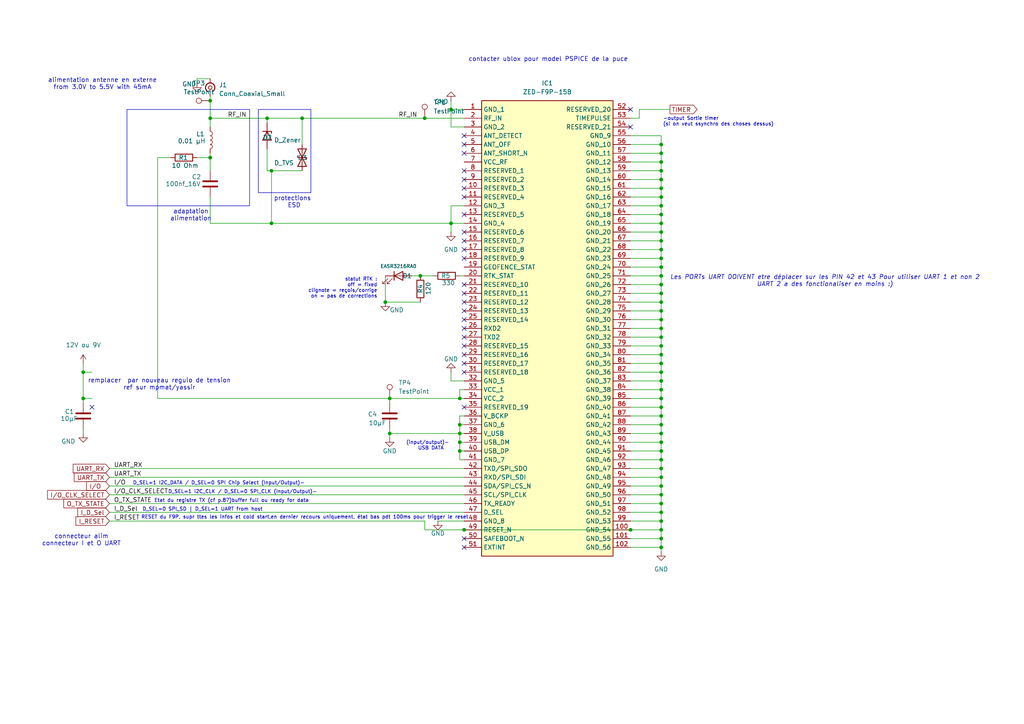
<source format=kicad_sch>
(kicad_sch (version 20231120) (generator "eeschema") (generator_version "8.0")
  (paper "A4")
  (lib_symbols
    (symbol "Connector:Conn_Coaxial_Small" (pin_numbers hide) (pin_names (offset 1.016) hide)
      (property "Reference" "J" (at 0.254 3.048 0))
      (property "Value" "Conn_Coaxial_Small" (at 0 -3.81 0))
      (symbol "Conn_Coaxial_Small_0_1"
        (polyline (pts (xy -2.54 0) (xy -0.508 0)))
        (circle (center 0 0) (radius 0.508) (stroke (width 0.2032)))
      )
      (symbol "Conn_Coaxial_Small_1_1"
        (arc (start -1.1916 -0.6311) (mid 0.327 -1.3081) (end 1.3484 0.0039) (stroke (width 0.3048)))
        (arc (start 1.3484 -0.0039) (mid 0.327 1.3081) (end -1.1916 0.6311) (stroke (width 0.3048)))
        (pin passive line (at -2.54 0 0) (length 1.27) (name "In") (number "1"))
        (pin passive line (at 2.54 0 180) (length 1.27) (name "Ext") (number "2"))
      )
    )
    (symbol "Connector:TestPoint" (pin_numbers hide) (pin_names (offset 0.762) hide)
      (property "Reference" "TP" (at 0 6.858 0))
      (property "Value" "TestPoint" (at 0 5.08 0))
      (symbol "TestPoint_0_1"
        (circle (center 0 3.302) (radius 0.762))
      )
      (symbol "TestPoint_1_1"
        (pin passive line (at 0 0 90) (length 2.54) (name "1") (number "1"))
      )
    )
    (symbol "Device:C" (pin_numbers hide) (pin_names (offset 0.254))
      (property "Reference" "C" (at 0.635 2.54 0))
      (property "Value" "C" (at 0.635 -2.54 0))
      (symbol "C_0_1"
        (polyline (pts (xy -2.032 -0.762) (xy 2.032 -0.762)) (stroke (width 0.508)))
        (polyline (pts (xy -2.032 0.762) (xy 2.032 0.762)) (stroke (width 0.508)))
      )
      (symbol "C_1_1"
        (pin passive line (at 0 3.81 270) (length 2.794) (name "~") (number "1"))
        (pin passive line (at 0 -3.81 90) (length 2.794) (name "~") (number "2"))
      )
    )
    (symbol "Device:D_TVS" (pin_numbers hide) (pin_names (offset 1.016) hide)
      (property "Reference" "D" (at 0 2.54 0))
      (property "Value" "D_TVS" (at 0 -2.54 0))
      (symbol "D_TVS_0_1"
        (polyline (pts (xy 1.27 0) (xy -1.27 0)))
        (polyline (pts (xy 0.508 1.27) (xy 0 1.27) (xy 0 -1.27) (xy -0.508 -1.27)) (stroke (width 0.254)))
        (polyline (pts (xy -2.54 1.27) (xy -2.54 -1.27) (xy 2.54 1.27) (xy 2.54 -1.27) (xy -2.54 1.27)) (stroke (width 0.254)))
      )
      (symbol "D_TVS_1_1"
        (pin passive line (at -3.81 0 0) (length 2.54) (name "A1") (number "1"))
        (pin passive line (at 3.81 0 180) (length 2.54) (name "A2") (number "2"))
      )
    )
    (symbol "Device:D_Zener" (pin_numbers hide) (pin_names (offset 1.016) hide)
      (property "Reference" "D" (at 0 2.54 0))
      (property "Value" "D_Zener" (at 0 -2.54 0))
      (symbol "D_Zener_0_1"
        (polyline (pts (xy 1.27 0) (xy -1.27 0)))
        (polyline (pts (xy -1.27 -1.27) (xy -1.27 1.27) (xy -0.762 1.27)) (stroke (width 0.254)))
        (polyline (pts (xy 1.27 -1.27) (xy 1.27 1.27) (xy -1.27 0) (xy 1.27 -1.27)) (stroke (width 0.254)))
      )
      (symbol "D_Zener_1_1"
        (pin passive line (at -3.81 0 0) (length 2.54) (name "K") (number "1"))
        (pin passive line (at 3.81 0 180) (length 2.54) (name "A") (number "2"))
      )
    )
    (symbol "Device:L" (pin_numbers hide) (pin_names (offset 1.016) hide)
      (property "Reference" "L" (at -1.27 0 90))
      (property "Value" "L" (at 1.905 0 90))
      (symbol "L_0_1"
        (arc (start 0 -2.54) (mid 0.6323 -1.905) (end 0 -1.27))
        (arc (start 0 -1.27) (mid 0.6323 -0.635) (end 0 0))
        (arc (start 0 0) (mid 0.6323 0.635) (end 0 1.27))
        (arc (start 0 1.27) (mid 0.6323 1.905) (end 0 2.54))
      )
      (symbol "L_1_1"
        (pin passive line (at 0 3.81 270) (length 1.27) (name "1") (number "1"))
        (pin passive line (at 0 -3.81 90) (length 1.27) (name "2") (number "2"))
      )
    )
    (symbol "Device:LED" (pin_numbers hide) (pin_names (offset 1.016) hide)
      (property "Reference" "D" (at 0 2.54 0))
      (property "Value" "LED" (at 0 -2.54 0))
      (symbol "LED_0_1"
        (polyline (pts (xy -1.27 -1.27) (xy -1.27 1.27)) (stroke (width 0.254)))
        (polyline (pts (xy -1.27 0) (xy 1.27 0)))
        (polyline (pts (xy 1.27 -1.27) (xy 1.27 1.27) (xy -1.27 0) (xy 1.27 -1.27)) (stroke (width 0.254)))
        (polyline (pts (xy -3.048 -0.762) (xy -4.572 -2.286) (xy -3.81 -2.286) (xy -4.572 -2.286) (xy -4.572 -1.524)))
        (polyline (pts (xy -1.778 -0.762) (xy -3.302 -2.286) (xy -2.54 -2.286) (xy -3.302 -2.286) (xy -3.302 -1.524)))
      )
      (symbol "LED_1_1"
        (pin passive line (at -3.81 0 0) (length 2.54) (name "K") (number "1"))
        (pin passive line (at 3.81 0 180) (length 2.54) (name "A") (number "2"))
      )
    )
    (symbol "Device:R" (pin_numbers hide) (pin_names (offset 0))
      (property "Reference" "R" (at 2.032 0 90))
      (property "Value" "R" (at 0 0 90))
      (symbol "R_0_1"
        (rectangle (start -1.016 -2.54) (end 1.016 2.54) (stroke (width 0.254)))
      )
      (symbol "R_1_1"
        (pin passive line (at 0 3.81 270) (length 1.27) (name "~") (number "1"))
        (pin passive line (at 0 -3.81 90) (length 1.27) (name "~") (number "2"))
      )
    )
    (symbol "ZED-F9P-15B:ZED-F9P-15B"
      (property "Reference" "IC" (at 44.45 7.62 0))
      (property "Value" "ZED-F9P-15B" (at 44.45 5.08 0))
      (symbol "ZED-F9P-15B_1_1"
        (rectangle (start 5.08 2.54) (end 43.18 -129.54) (stroke (width 0.254)) (fill (type background)))
        (pin passive line (at 0 0 0) (length 5.08) (name "GND_1") (number "1"))
        (pin passive line (at 0 -22.86 0) (length 5.08) (name "RESERVED_3") (number "10"))
        (pin passive line (at 48.26 -121.92 180) (length 5.08) (name "GND_54") (number "100"))
        (pin passive line (at 48.26 -124.46 180) (length 5.08) (name "GND_55") (number "101"))
        (pin passive line (at 48.26 -127 180) (length 5.08) (name "GND_56") (number "102"))
        (pin passive line (at 0 -25.4 0) (length 5.08) (name "RESERVED_4") (number "11"))
        (pin passive line (at 0 -27.94 0) (length 5.08) (name "GND_3") (number "12"))
        (pin passive line (at 0 -30.48 0) (length 5.08) (name "RESERVED_5") (number "13"))
        (pin passive line (at 0 -33.02 0) (length 5.08) (name "GND_4") (number "14"))
        (pin passive line (at 0 -35.56 0) (length 5.08) (name "RESERVED_6") (number "15"))
        (pin passive line (at 0 -38.1 0) (length 5.08) (name "RESERVED_7") (number "16"))
        (pin passive line (at 0 -40.64 0) (length 5.08) (name "RESERVED_8") (number "17"))
        (pin passive line (at 0 -43.18 0) (length 5.08) (name "RESERVED_9") (number "18"))
        (pin passive line (at 0 -45.72 0) (length 5.08) (name "GEOFENCE_STAT") (number "19"))
        (pin passive line (at 0 -2.54 0) (length 5.08) (name "RF_IN") (number "2"))
        (pin passive line (at 0 -48.26 0) (length 5.08) (name "RTK_STAT") (number "20"))
        (pin passive line (at 0 -50.8 0) (length 5.08) (name "RESERVED_10") (number "21"))
        (pin passive line (at 0 -53.34 0) (length 5.08) (name "RESERVED_11") (number "22"))
        (pin passive line (at 0 -55.88 0) (length 5.08) (name "RESERVED_12") (number "23"))
        (pin passive line (at 0 -58.42 0) (length 5.08) (name "RESERVED_13") (number "24"))
        (pin passive line (at 0 -60.96 0) (length 5.08) (name "RESERVED_14") (number "25"))
        (pin passive line (at 0 -63.5 0) (length 5.08) (name "RXD2") (number "26"))
        (pin passive line (at 0 -66.04 0) (length 5.08) (name "TXD2") (number "27"))
        (pin passive line (at 0 -68.58 0) (length 5.08) (name "RESERVED_15") (number "28"))
        (pin passive line (at 0 -71.12 0) (length 5.08) (name "RESERVED_16") (number "29"))
        (pin passive line (at 0 -5.08 0) (length 5.08) (name "GND_2") (number "3"))
        (pin passive line (at 0 -73.66 0) (length 5.08) (name "RESERVED_17") (number "30"))
        (pin passive line (at 0 -76.2 0) (length 5.08) (name "RESERVED_18") (number "31"))
        (pin passive line (at 0 -78.74 0) (length 5.08) (name "GND_5") (number "32"))
        (pin passive line (at 0 -81.28 0) (length 5.08) (name "VCC_1") (number "33"))
        (pin passive line (at 0 -83.82 0) (length 5.08) (name "VCC_2") (number "34"))
        (pin passive line (at 0 -86.36 0) (length 5.08) (name "RESERVED_19") (number "35"))
        (pin passive line (at 0 -88.9 0) (length 5.08) (name "V_BCKP") (number "36"))
        (pin passive line (at 0 -91.44 0) (length 5.08) (name "GND_6") (number "37"))
        (pin passive line (at 0 -93.98 0) (length 5.08) (name "V_USB") (number "38"))
        (pin passive line (at 0 -96.52 0) (length 5.08) (name "USB_DM") (number "39"))
        (pin passive line (at 0 -7.62 0) (length 5.08) (name "ANT_DETECT") (number "4"))
        (pin passive line (at 0 -99.06 0) (length 5.08) (name "USB_DP") (number "40"))
        (pin passive line (at 0 -101.6 0) (length 5.08) (name "GND_7") (number "41"))
        (pin passive line (at 0 -104.14 0) (length 5.08) (name "TXD/SPI_SDO") (number "42"))
        (pin passive line (at 0 -106.68 0) (length 5.08) (name "RXD/SPI_SDI") (number "43"))
        (pin passive line (at 0 -109.22 0) (length 5.08) (name "SDA/SPI_CS_N") (number "44"))
        (pin passive line (at 0 -111.76 0) (length 5.08) (name "SCL/SPI_CLK") (number "45"))
        (pin passive line (at 0 -114.3 0) (length 5.08) (name "TX_READY") (number "46"))
        (pin passive line (at 0 -116.84 0) (length 5.08) (name "D_SEL") (number "47"))
        (pin passive line (at 0 -119.38 0) (length 5.08) (name "GND_8") (number "48"))
        (pin passive line (at 0 -121.92 0) (length 5.08) (name "RESET_N") (number "49"))
        (pin passive line (at 0 -10.16 0) (length 5.08) (name "ANT_OFF") (number "5"))
        (pin passive line (at 0 -124.46 0) (length 5.08) (name "SAFEBOOT_N") (number "50"))
        (pin passive line (at 0 -127 0) (length 5.08) (name "EXTINT") (number "51"))
        (pin passive line (at 48.26 0 180) (length 5.08) (name "RESERVED_20") (number "52"))
        (pin passive line (at 48.26 -2.54 180) (length 5.08) (name "TIMEPULSE") (number "53"))
        (pin passive line (at 48.26 -5.08 180) (length 5.08) (name "RESERVED_21") (number "54"))
        (pin passive line (at 48.26 -7.62 180) (length 5.08) (name "GND_9") (number "55"))
        (pin passive line (at 48.26 -10.16 180) (length 5.08) (name "GND_10") (number "56"))
        (pin passive line (at 48.26 -12.7 180) (length 5.08) (name "GND_11") (number "57"))
        (pin passive line (at 48.26 -15.24 180) (length 5.08) (name "GND_12") (number "58"))
        (pin passive line (at 48.26 -17.78 180) (length 5.08) (name "GND_13") (number "59"))
        (pin passive line (at 0 -12.7 0) (length 5.08) (name "ANT_SHORT_N") (number "6"))
        (pin passive line (at 48.26 -20.32 180) (length 5.08) (name "GND_14") (number "60"))
        (pin passive line (at 48.26 -22.86 180) (length 5.08) (name "GND_15") (number "61"))
        (pin passive line (at 48.26 -25.4 180) (length 5.08) (name "GND_16") (number "62"))
        (pin passive line (at 48.26 -27.94 180) (length 5.08) (name "GND_17") (number "63"))
        (pin passive line (at 48.26 -30.48 180) (length 5.08) (name "GND_18") (number "64"))
        (pin passive line (at 48.26 -33.02 180) (length 5.08) (name "GND_19") (number "65"))
        (pin passive line (at 48.26 -35.56 180) (length 5.08) (name "GND_20") (number "66"))
        (pin passive line (at 48.26 -38.1 180) (length 5.08) (name "GND_21") (number "67"))
        (pin passive line (at 48.26 -40.64 180) (length 5.08) (name "GND_22") (number "68"))
        (pin passive line (at 48.26 -43.18 180) (length 5.08) (name "GND_23") (number "69"))
        (pin passive line (at 0 -15.24 0) (length 5.08) (name "VCC_RF") (number "7"))
        (pin passive line (at 48.26 -45.72 180) (length 5.08) (name "GND_24") (number "70"))
        (pin passive line (at 48.26 -48.26 180) (length 5.08) (name "GND_25") (number "71"))
        (pin passive line (at 48.26 -50.8 180) (length 5.08) (name "GND_26") (number "72"))
        (pin passive line (at 48.26 -53.34 180) (length 5.08) (name "GND_27") (number "73"))
        (pin passive line (at 48.26 -55.88 180) (length 5.08) (name "GND_28") (number "74"))
        (pin passive line (at 48.26 -58.42 180) (length 5.08) (name "GND_29") (number "75"))
        (pin passive line (at 48.26 -60.96 180) (length 5.08) (name "GND_30") (number "76"))
        (pin passive line (at 48.26 -63.5 180) (length 5.08) (name "GND_31") (number "77"))
        (pin passive line (at 48.26 -66.04 180) (length 5.08) (name "GND_32") (number "78"))
        (pin passive line (at 48.26 -68.58 180) (length 5.08) (name "GND_33") (number "79"))
        (pin passive line (at 0 -17.78 0) (length 5.08) (name "RESERVED_1") (number "8"))
        (pin passive line (at 48.26 -71.12 180) (length 5.08) (name "GND_34") (number "80"))
        (pin passive line (at 48.26 -73.66 180) (length 5.08) (name "GND_35") (number "81"))
        (pin passive line (at 48.26 -76.2 180) (length 5.08) (name "GND_36") (number "82"))
        (pin passive line (at 48.26 -78.74 180) (length 5.08) (name "GND_37") (number "83"))
        (pin passive line (at 48.26 -81.28 180) (length 5.08) (name "GND_38") (number "84"))
        (pin passive line (at 48.26 -83.82 180) (length 5.08) (name "GND_39") (number "85"))
        (pin passive line (at 48.26 -86.36 180) (length 5.08) (name "GND_40") (number "86"))
        (pin passive line (at 48.26 -88.9 180) (length 5.08) (name "GND_41") (number "87"))
        (pin passive line (at 48.26 -91.44 180) (length 5.08) (name "GND_42") (number "88"))
        (pin passive line (at 48.26 -93.98 180) (length 5.08) (name "GND_43") (number "89"))
        (pin passive line (at 0 -20.32 0) (length 5.08) (name "RESERVED_2") (number "9"))
        (pin passive line (at 48.26 -96.52 180) (length 5.08) (name "GND_44") (number "90"))
        (pin passive line (at 48.26 -99.06 180) (length 5.08) (name "GND_45") (number "91"))
        (pin passive line (at 48.26 -101.6 180) (length 5.08) (name "GND_46") (number "92"))
        (pin passive line (at 48.26 -104.14 180) (length 5.08) (name "GND_47") (number "93"))
        (pin passive line (at 48.26 -106.68 180) (length 5.08) (name "GND_48") (number "94"))
        (pin passive line (at 48.26 -109.22 180) (length 5.08) (name "GND_49") (number "95"))
        (pin passive line (at 48.26 -111.76 180) (length 5.08) (name "GND_50") (number "96"))
        (pin passive line (at 48.26 -114.3 180) (length 5.08) (name "GND_51") (number "97"))
        (pin passive line (at 48.26 -116.84 180) (length 5.08) (name "GND_52") (number "98"))
        (pin passive line (at 48.26 -119.38 180) (length 5.08) (name "GND_53") (number "99"))
      )
    )
    (symbol "power:+3.3V" (power) (pin_numbers hide) (pin_names (offset 0) hide)
      (property "Value" "+3.3V" (at 0 3.556 0))
      (symbol "+3.3V_0_1"
        (polyline (pts (xy -0.762 1.27) (xy 0 2.54)))
        (polyline (pts (xy 0 0) (xy 0 2.54)))
        (polyline (pts (xy 0 2.54) (xy 0.762 1.27)))
      )
      (symbol "+3.3V_1_1"
        (pin power_in line (at 0 0 90) (length 0) (name "~") (number "1"))
      )
    )
    (symbol "power:GND" (power) (pin_numbers hide) (pin_names (offset 0) hide)
      (property "Value" "GND" (at 0 -3.81 0))
      (symbol "GND_0_1"
        (polyline (pts (xy 0 0) (xy 0 -1.27) (xy 1.27 -1.27) (xy 0 -2.54) (xy -1.27 -1.27) (xy 0 -1.27)))
      )
      (symbol "GND_1_1"
        (pin power_in line (at 0 0 270) (length 0) (name "~") (number "1"))
      )
    )
  )
  (junction (at 191.77 120.65))
  (junction (at 191.77 125.73))
  (junction (at 191.77 72.39))
  (junction (at 191.77 133.35))
  (junction (at 191.77 138.43))
  (junction (at 191.77 107.95))
  (junction (at 191.77 49.53))
  (junction (at 87.63 34.29))
  (junction (at 191.77 46.99))
  (junction (at 191.77 77.47))
  (junction (at 60.96 29.21))
  (junction (at 191.77 100.33))
  (junction (at 191.77 64.77))
  (junction (at 191.77 41.91))
  (junction (at 191.77 130.81))
  (junction (at 113.03 115.57))
  (junction (at 191.77 135.89))
  (junction (at 191.77 151.13))
  (junction (at 191.77 146.05))
  (junction (at 191.77 102.87))
  (junction (at 191.77 62.23))
  (junction (at 191.77 113.03))
  (junction (at 191.77 105.41))
  (junction (at 191.77 82.55))
  (junction (at 191.77 69.85))
  (junction (at 191.77 52.07))
  (junction (at 191.77 87.63))
  (junction (at 182.88 153.67))
  (junction (at 133.35 128.27))
  (junction (at 24.13 107.95))
  (junction (at 191.77 143.51))
  (junction (at 130.81 64.77))
  (junction (at 133.35 115.57))
  (junction (at 191.77 44.45))
  (junction (at 191.77 158.75))
  (junction (at 60.96 45.72))
  (junction (at 77.47 34.29))
  (junction (at 191.77 74.93))
  (junction (at 133.35 130.81))
  (junction (at 191.77 85.09))
  (junction (at 191.77 140.97))
  (junction (at 191.77 57.15))
  (junction (at 191.77 115.57))
  (junction (at 191.77 97.79))
  (junction (at 60.96 34.29))
  (junction (at 121.92 80.01))
  (junction (at 191.77 67.31))
  (junction (at 111.76 87.63))
  (junction (at 133.35 123.19))
  (junction (at 191.77 54.61))
  (junction (at 130.81 31.75))
  (junction (at 191.77 80.01))
  (junction (at 78.74 49.53))
  (junction (at 191.77 128.27))
  (junction (at 191.77 92.71))
  (junction (at 191.77 59.69))
  (junction (at 191.77 90.17))
  (junction (at 191.77 110.49))
  (junction (at 134.62 153.67))
  (junction (at 191.77 148.59))
  (junction (at 133.35 125.73))
  (junction (at 123.19 34.29))
  (junction (at 24.13 115.57))
  (junction (at 191.77 118.11))
  (junction (at 113.03 125.73))
  (junction (at 191.77 153.67))
  (junction (at 191.77 95.25))
  (junction (at 191.77 156.21))
  (junction (at 191.77 123.19))
  (junction (at 78.74 64.77))
  (no_connect (at 134.62 41.91))
  (no_connect (at 134.62 74.93))
  (no_connect (at 134.62 49.53))
  (no_connect (at 182.88 36.83))
  (no_connect (at 134.62 105.41))
  (no_connect (at 134.62 82.55))
  (no_connect (at 134.62 90.17))
  (no_connect (at 134.62 95.25))
  (no_connect (at 134.62 107.95))
  (no_connect (at 134.62 156.21))
  (no_connect (at 134.62 87.63))
  (no_connect (at 134.62 54.61))
  (no_connect (at 134.62 97.79))
  (no_connect (at 182.88 31.75))
  (no_connect (at 134.62 158.75))
  (no_connect (at 134.62 72.39))
  (no_connect (at 134.62 44.45))
  (no_connect (at 134.62 39.37))
  (no_connect (at 134.62 92.71))
  (no_connect (at 134.62 118.11))
  (no_connect (at 134.62 102.87))
  (no_connect (at 134.62 69.85))
  (no_connect (at 134.62 100.33))
  (no_connect (at 134.62 67.31))
  (no_connect (at 134.62 62.23))
  (no_connect (at 26.67 118.11))
  (no_connect (at 134.62 85.09))
  (no_connect (at 134.62 52.07))
  (no_connect (at 134.62 57.15))
  (wire (pts (xy 191.77 158.75) (xy 182.88 158.75)))
  (wire (pts (xy 60.96 64.77) (xy 60.96 57.15)))
  (wire (pts (xy 191.77 102.87) (xy 182.88 102.87)))
  (wire (pts (xy 133.35 123.19) (xy 133.35 125.73)))
  (wire (pts (xy 191.77 115.57) (xy 182.88 115.57)))
  (wire (pts (xy 191.77 110.49) (xy 191.77 113.03)))
  (wire (pts (xy 191.77 123.19) (xy 191.77 125.73)))
  (wire (pts (xy 121.92 80.01) (xy 125.73 80.01)))
  (wire (pts (xy 111.76 80.01) (xy 111.76 87.63)))
  (wire (pts (xy 191.77 143.51) (xy 182.88 143.51)))
  (wire (pts (xy 121.92 87.63) (xy 111.76 87.63)))
  (wire (pts (xy 130.81 59.69) (xy 130.81 64.77)))
  (wire (pts (xy 191.77 90.17) (xy 191.77 92.71)))
  (wire (pts (xy 191.77 118.11) (xy 191.77 120.65)))
  (wire (pts (xy 191.77 69.85) (xy 191.77 72.39)))
  (wire (pts (xy 191.77 49.53) (xy 191.77 52.07)))
  (wire (pts (xy 127 151.13) (xy 134.62 151.13)))
  (wire (pts (xy 191.77 57.15) (xy 191.77 59.69)))
  (wire (pts (xy 191.77 146.05) (xy 191.77 148.59)))
  (wire (pts (xy 191.77 100.33) (xy 182.88 100.33)))
  (wire (pts (xy 191.77 148.59) (xy 191.77 151.13)))
  (wire (pts (xy 191.77 128.27) (xy 182.88 128.27)))
  (wire (pts (xy 191.77 158.75) (xy 191.77 160.02)))
  (wire (pts (xy 191.77 146.05) (xy 182.88 146.05)))
  (wire (pts (xy 191.77 153.67) (xy 191.77 156.21)))
  (wire (pts (xy 191.77 110.49) (xy 182.88 110.49)))
  (wire (pts (xy 78.74 64.77) (xy 130.81 64.77)))
  (wire (pts (xy 191.77 97.79) (xy 191.77 100.33)))
  (wire (pts (xy 191.77 148.59) (xy 182.88 148.59)))
  (wire (pts (xy 24.13 105.41) (xy 24.13 107.95)))
  (wire (pts (xy 191.77 153.67) (xy 182.88 153.67)))
  (wire (pts (xy 191.77 107.95) (xy 182.88 107.95)))
  (wire (pts (xy 191.77 74.93) (xy 191.77 77.47)))
  (wire (pts (xy 113.03 115.57) (xy 113.03 116.84)))
  (wire (pts (xy 185.42 31.75) (xy 185.42 34.29)))
  (wire (pts (xy 133.35 115.57) (xy 133.35 113.03)))
  (wire (pts (xy 31.75 135.89) (xy 134.62 135.89)))
  (wire (pts (xy 24.13 107.95) (xy 26.67 107.95)))
  (wire (pts (xy 191.77 128.27) (xy 191.77 130.81)))
  (wire (pts (xy 191.77 102.87) (xy 191.77 105.41)))
  (wire (pts (xy 191.77 67.31) (xy 182.88 67.31)))
  (wire (pts (xy 60.96 34.29) (xy 60.96 36.83)))
  (wire (pts (xy 185.42 34.29) (xy 182.88 34.29)))
  (wire (pts (xy 134.62 64.77) (xy 130.81 64.77)))
  (wire (pts (xy 133.35 128.27) (xy 133.35 130.81)))
  (wire (pts (xy 77.47 35.56) (xy 77.47 34.29)))
  (wire (pts (xy 191.77 120.65) (xy 191.77 123.19)))
  (wire (pts (xy 113.03 127) (xy 113.03 125.73)))
  (wire (pts (xy 182.88 153.67) (xy 134.62 153.67)))
  (wire (pts (xy 191.77 87.63) (xy 191.77 90.17)))
  (wire (pts (xy 191.77 113.03) (xy 191.77 115.57)))
  (wire (pts (xy 191.77 62.23) (xy 191.77 64.77)))
  (wire (pts (xy 191.77 59.69) (xy 191.77 62.23)))
  (wire (pts (xy 191.77 39.37) (xy 182.88 39.37)))
  (wire (pts (xy 130.81 59.69) (xy 134.62 59.69)))
  (wire (pts (xy 133.35 128.27) (xy 134.62 128.27)))
  (wire (pts (xy 191.77 135.89) (xy 191.77 138.43)))
  (wire (pts (xy 191.77 95.25) (xy 182.88 95.25)))
  (wire (pts (xy 78.74 49.53) (xy 87.63 49.53)))
  (wire (pts (xy 78.74 49.53) (xy 78.74 64.77)))
  (wire (pts (xy 133.35 125.73) (xy 133.35 128.27)))
  (wire (pts (xy 113.03 115.57) (xy 133.35 115.57)))
  (wire (pts (xy 133.35 120.65) (xy 133.35 123.19)))
  (wire (pts (xy 60.96 45.72) (xy 60.96 49.53)))
  (wire (pts (xy 191.77 52.07) (xy 182.88 52.07)))
  (wire (pts (xy 60.96 45.72) (xy 57.15 45.72)))
  (wire (pts (xy 87.63 34.29) (xy 123.19 34.29)))
  (wire (pts (xy 191.77 115.57) (xy 191.77 118.11)))
  (wire (pts (xy 191.77 72.39) (xy 182.88 72.39)))
  (wire (pts (xy 191.77 80.01) (xy 191.77 82.55)))
  (wire (pts (xy 60.96 29.21) (xy 60.96 34.29)))
  (wire (pts (xy 119.38 80.01) (xy 121.92 80.01)))
  (wire (pts (xy 123.19 34.29) (xy 134.62 34.29)))
  (wire (pts (xy 191.77 80.01) (xy 182.88 80.01)))
  (wire (pts (xy 191.77 54.61) (xy 191.77 57.15)))
  (wire (pts (xy 191.77 69.85) (xy 182.88 69.85)))
  (wire (pts (xy 60.96 44.45) (xy 60.96 45.72)))
  (wire (pts (xy 191.77 85.09) (xy 191.77 87.63)))
  (wire (pts (xy 130.81 110.49) (xy 134.62 110.49)))
  (wire (pts (xy 130.81 64.77) (xy 130.81 67.31)))
  (wire (pts (xy 191.77 105.41) (xy 182.88 105.41)))
  (wire (pts (xy 57.15 22.86) (xy 60.96 22.86)))
  (wire (pts (xy 130.81 107.95) (xy 130.81 110.49)))
  (wire (pts (xy 130.81 31.75) (xy 130.81 29.21)))
  (wire (pts (xy 60.96 27.94) (xy 60.96 29.21)))
  (wire (pts (xy 133.35 115.57) (xy 134.62 115.57)))
  (wire (pts (xy 45.72 115.57) (xy 113.03 115.57)))
  (wire (pts (xy 191.77 49.53) (xy 182.88 49.53)))
  (wire (pts (xy 191.77 125.73) (xy 182.88 125.73)))
  (wire (pts (xy 191.77 52.07) (xy 191.77 54.61)))
  (wire (pts (xy 191.77 105.41) (xy 191.77 107.95)))
  (wire (pts (xy 191.77 135.89) (xy 182.88 135.89)))
  (wire (pts (xy 191.77 118.11) (xy 182.88 118.11)))
  (wire (pts (xy 130.81 31.75) (xy 134.62 31.75)))
  (wire (pts (xy 191.77 77.47) (xy 191.77 80.01)))
  (wire (pts (xy 191.77 97.79) (xy 182.88 97.79)))
  (wire (pts (xy 191.77 123.19) (xy 182.88 123.19)))
  (wire (pts (xy 133.35 80.01) (xy 134.62 80.01)))
  (wire (pts (xy 130.81 31.75) (xy 130.81 36.83)))
  (wire (pts (xy 191.77 90.17) (xy 182.88 90.17)))
  (wire (pts (xy 191.77 130.81) (xy 191.77 133.35)))
  (wire (pts (xy 77.47 34.29) (xy 87.63 34.29)))
  (wire (pts (xy 191.77 151.13) (xy 191.77 153.67)))
  (wire (pts (xy 191.77 72.39) (xy 191.77 74.93)))
  (wire (pts (xy 191.77 107.95) (xy 191.77 110.49)))
  (wire (pts (xy 191.77 156.21) (xy 191.77 158.75)))
  (wire (pts (xy 31.75 148.59) (xy 134.62 148.59)))
  (wire (pts (xy 60.96 64.77) (xy 78.74 64.77)))
  (wire (pts (xy 191.77 54.61) (xy 182.88 54.61)))
  (wire (pts (xy 31.75 140.97) (xy 134.62 140.97)))
  (wire (pts (xy 191.77 62.23) (xy 182.88 62.23)))
  (wire (pts (xy 24.13 115.57) (xy 24.13 116.84)))
  (wire (pts (xy 134.62 36.83) (xy 130.81 36.83)))
  (wire (pts (xy 133.35 120.65) (xy 134.62 120.65)))
  (wire (pts (xy 113.03 125.73) (xy 133.35 125.73)))
  (wire (pts (xy 191.77 87.63) (xy 182.88 87.63)))
  (wire (pts (xy 191.77 41.91) (xy 182.88 41.91)))
  (wire (pts (xy 191.77 125.73) (xy 191.77 128.27)))
  (wire (pts (xy 133.35 113.03) (xy 134.62 113.03)))
  (wire (pts (xy 49.53 45.72) (xy 45.72 45.72)))
  (wire (pts (xy 191.77 138.43) (xy 182.88 138.43)))
  (wire (pts (xy 191.77 39.37) (xy 191.77 41.91)))
  (wire (pts (xy 31.75 146.05) (xy 134.62 146.05)))
  (wire (pts (xy 60.96 34.29) (xy 77.47 34.29)))
  (wire (pts (xy 191.77 133.35) (xy 191.77 135.89)))
  (wire (pts (xy 191.77 44.45) (xy 191.77 46.99)))
  (wire (pts (xy 87.63 34.29) (xy 87.63 41.91)))
  (wire (pts (xy 191.77 59.69) (xy 182.88 59.69)))
  (wire (pts (xy 191.77 85.09) (xy 182.88 85.09)))
  (wire (pts (xy 191.77 156.21) (xy 182.88 156.21)))
  (wire (pts (xy 123.19 153.67) (xy 123.19 151.13)))
  (wire (pts (xy 191.77 143.51) (xy 191.77 146.05)))
  (wire (pts (xy 77.47 49.53) (xy 78.74 49.53)))
  (wire (pts (xy 191.77 57.15) (xy 182.88 57.15)))
  (wire (pts (xy 191.77 82.55) (xy 191.77 85.09)))
  (wire (pts (xy 191.77 120.65) (xy 182.88 120.65)))
  (wire (pts (xy 191.77 74.93) (xy 182.88 74.93)))
  (wire (pts (xy 191.77 95.25) (xy 191.77 97.79)))
  (wire (pts (xy 191.77 41.91) (xy 191.77 44.45)))
  (wire (pts (xy 77.47 49.53) (xy 77.47 43.18)))
  (wire (pts (xy 134.62 133.35) (xy 133.35 133.35)))
  (wire (pts (xy 31.75 143.51) (xy 134.62 143.51)))
  (wire (pts (xy 113.03 124.46) (xy 113.03 125.73)))
  (wire (pts (xy 191.77 151.13) (xy 182.88 151.13)))
  (wire (pts (xy 191.77 130.81) (xy 182.88 130.81)))
  (wire (pts (xy 133.35 123.19) (xy 134.62 123.19)))
  (wire (pts (xy 191.77 64.77) (xy 191.77 67.31)))
  (wire (pts (xy 45.72 45.72) (xy 45.72 115.57)))
  (wire (pts (xy 191.77 140.97) (xy 191.77 143.51)))
  (wire (pts (xy 24.13 115.57) (xy 24.13 107.95)))
  (wire (pts (xy 133.35 125.73) (xy 134.62 125.73)))
  (wire (pts (xy 191.77 46.99) (xy 182.88 46.99)))
  (wire (pts (xy 191.77 92.71) (xy 182.88 92.71)))
  (wire (pts (xy 191.77 138.43) (xy 191.77 140.97)))
  (wire (pts (xy 191.77 44.45) (xy 182.88 44.45)))
  (wire (pts (xy 191.77 82.55) (xy 182.88 82.55)))
  (wire (pts (xy 133.35 130.81) (xy 133.35 133.35)))
  (wire (pts (xy 31.75 138.43) (xy 134.62 138.43)))
  (wire (pts (xy 191.77 133.35) (xy 182.88 133.35)))
  (wire (pts (xy 191.77 113.03) (xy 182.88 113.03)))
  (wire (pts (xy 31.75 151.13) (xy 123.19 151.13)))
  (wire (pts (xy 191.77 64.77) (xy 182.88 64.77)))
  (wire (pts (xy 57.15 22.86) (xy 57.15 24.13)))
  (wire (pts (xy 123.19 153.67) (xy 134.62 153.67)))
  (wire (pts (xy 191.77 46.99) (xy 191.77 49.53)))
  (wire (pts (xy 191.77 67.31) (xy 191.77 69.85)))
  (wire (pts (xy 191.77 77.47) (xy 182.88 77.47)))
  (wire (pts (xy 185.42 31.75) (xy 194.31 31.75)))
  (wire (pts (xy 191.77 140.97) (xy 182.88 140.97)))
  (wire (pts (xy 24.13 115.57) (xy 26.67 115.57)))
  (wire (pts (xy 191.77 100.33) (xy 191.77 102.87)))
  (wire (pts (xy 134.62 130.81) (xy 133.35 130.81)))
  (wire (pts (xy 24.13 124.46) (xy 24.13 125.73)))
  (wire (pts (xy 191.77 92.71) (xy 191.77 95.25)))
  (rectangle (start 74.93 31.75) (end 90.17 55.88))
  (rectangle (start 36.83 31.75) (end 72.39 59.69))
  (text "alimentation antenne en externe\nfrom 3.0V to 5.5V with 45mA\n" (at 29.718 24.384 0) (effects (font (size 1.27 1.27))))
  (text "contacter ublox pour model PSPICE de la puce" (at 159.004 17.272 0) (effects (font (size 1.27 1.27))))
  (text "RESET du F9P, supr ttes les infos et cold start,en dernier recours uniquement, état bas pdt 100ms pour trigger le reset" (at 135.89 150.114 0) (effects (font (size 1.016 1.016)) (justify right)))
  (text "(input/output)-\nUSB DATA  " (at 130.302 129.286 0) (effects (font (size 1.016 1.016)) (justify right)))
  (text "D_SEL=1 I2C_DATA / D_SEL=0 SPI Chip Select (Input/Output)-" (at 88.392 140.208 0) (effects (font (size 1.016 1.016)) (justify right)))
  (text "-output Sortie timer\n(si on veut ssynchro des choses dessus)" (at 192.278 35.306 0) (effects (font (size 1.016 1.016)) (justify left)))
  (text "D_SEL=1 I2C_CLK / D_SEL=0 SPI_CLK (Input/Output)-" (at 70.358 142.748 0) (effects (font (size 1.016 1.016))))
  (text "protections\n ESD\n" (at 84.836 58.674 0) (effects (font (size 1.27 1.27))))
  (text "statut RTK :\noff = fixed\nclignote = reçois/corrige\non = pas de corrections" (at 109.474 83.566 0) (effects (font (size 1.016 1.016)) (justify right)))
  (text "remplacer  par nouveau regulo de tension\nref sur mpmat/yassir" (at 46.228 111.506 0) (effects (font (size 1.27 1.27))))
  (text "Les PORTs UART DOIVENT etre déplacer sur les PIN 42 et 43 Pour utiliser UART 1 et non 2\nUART 2 a des fonctionaliser en moins :)" (at 239.268 81.534 0) (effects (font (size 1.27 1.27) (italic yes))))
  (text "connecteur alim\nconnecteur I et O UART\n" (at 23.622 156.718 0) (effects (font (size 1.27 1.27))))
  (text "Etat du registre TX (cf p.87)buffer full ou ready for data  " (at 91.186 145.288 0) (effects (font (size 1.016 1.016)) (justify right)))
  (text "D_SEL=0 SPI_SD | D_SEL=1 UART from host" (at 76.2 147.828 0) (effects (font (size 1.016 1.016)) (justify right)))
  (text "adaptation\nalimentation" (at 55.372 62.484 0) (effects (font (size 1.27 1.27))))
  (label "RF_IN" (at 66.04 34.29 0))
  (label "I_RESET" (at 33.02 151.13 0))
  (label "I{slash}O_CLK_SELECT" (at 33.02 143.51 0))
  (label "I{slash}O " (at 33.02 140.97 0))
  (label "UART_RX" (at 33.02 135.89 0))
  (label "RF_IN" (at 115.57 34.29 0))
  (label "UART_TX" (at 33.02 138.43 0))
  (label "I_D_Sel" (at 33.02 148.59 0))
  (label "O_TX_STATE" (at 33.02 146.05 0))
  (global_label "I{slash}O " (shape input) (at 31.75 140.97 180) (property "Intersheetrefs" "${INTERSHEET_REFS}" (effects (hide yes))))
  (global_label "I_RESET" (shape input) (at 31.75 151.13 180) (property "Intersheetrefs" "${INTERSHEET_REFS}" (effects (hide yes))))
  (global_label "UART_RX" (shape input) (at 31.75 135.89 180) (property "Intersheetrefs" "${INTERSHEET_REFS}" (effects (hide yes))))
  (global_label "I_D_Sel" (shape input) (at 31.75 148.59 180) (property "Intersheetrefs" "${INTERSHEET_REFS}" (effects (hide yes))))
  (global_label "UART_TX" (shape input) (at 31.75 138.43 180) (property "Intersheetrefs" "${INTERSHEET_REFS}" (effects (hide yes))))
  (global_label "O_TX_STATE" (shape input) (at 31.75 146.05 180) (property "Intersheetrefs" "${INTERSHEET_REFS}" (effects (hide yes))))
  (global_label "TIMER" (shape output) (at 194.31 31.75 0) (property "Intersheetrefs" "${INTERSHEET_REFS}" (effects (hide yes))))
  (global_label "I{slash}O_CLK_SELECT" (shape input) (at 31.75 143.51 180) (property "Intersheetrefs" "${INTERSHEET_REFS}" (effects (hide yes))))
  (symbol (lib_id "Connector:TestPoint") (at 113.03 115.57 0) (unit 1)
    (property "Reference" "TP4" (at 115.57 110.9979 0) (effects (justify left)))
    (property "Value" "TestPoint" (at 115.57 113.5379 0) (effects (justify left)))
    (property "Description" "test point" (effects (hide yes)))
  )
  (symbol (lib_id "Device:R") (at 53.34 45.72 270) (unit 1)
    (property "Reference" "R1" (at 51.816 45.72 90) (effects (justify left)))
    (property "Value" "10 Ohm" (at 49.784 48.006 90) (effects (justify left)))
    (property "Footprint" "10_Ohm:RC0402N_YAG" (effects (hide yes)))
    (property "Description" "Resistor" (effects (hide yes)))
  )
  (symbol (lib_id "power:GND") (at 111.76 87.63 0) (unit 1)
    (property "Reference" "#PWR02" (effects (hide yes)))
    (property "Value" "GND" (at 115.062 89.916 0))
    (property "Description" "Power symbol creates a global label with name \"GND\" , ground" (effects (hide yes)))
  )
  (symbol (lib_id "Connector:TestPoint") (at 123.19 34.29 0) (unit 1)
    (property "Reference" "TP1" (at 125.73 29.7179 0) (effects (justify left)))
    (property "Value" "TestPoint" (at 125.73 32.2579 0) (effects (justify left)))
    (property "Description" "test point" (effects (hide yes)))
  )
  (symbol (lib_id "ZED-F9P-15B:ZED-F9P-15B") (at 134.62 31.75 0) (unit 1)
    (property "Reference" "IC1" (at 158.75 24.13 0))
    (property "Value" "ZED-F9P-15B" (at 158.75 26.67 0))
    (property "Footprint" "RF_GPS:ublox_ZED" (effects (hide yes)))
    (property "Datasheet" "https://content.u-blox.com/sites/default/files/documents/ZED-F9P-15B_DataSheet_UBX-23009090.pdf" (effects (hide yes)))
    (property "Description" "GNSS / GPS Modules u-blox F9 dual band L1/L5 GNSS module high precision Professional Grade LGA, 16x12 mm, 250 pcs/reel" (effects (hide yes)))
    (property "Height" "2.6" (effects (hide yes)))
    (property "Mouser Part Number" "377-ZED-F9P-15B" (effects (hide yes)))
    (property "Mouser Price/Stock" "https://www.mouser.co.uk/ProductDetail/u-blox/ZED-F9P-15B?qs=17ckDYBRdenfRLiwqzv37w%3D%3D" (effects (hide yes)))
    (property "Manufacturer_Name" "u-blox" (effects (hide yes)))
    (property "Manufacturer_Part_Number" "ZED-F9P-15B" (effects (hide yes)))
  )
  (symbol (lib_id "Device:L") (at 60.96 40.64 0) (unit 1)
    (property "Reference" "L1" (at 56.896 38.862 0) (effects (justify left)))
    (property "Value" "0.01 µH" (at 51.562 40.894 0) (effects (justify left)))
    (property "Footprint" "0_01uH:STA_RMCF1206_STP" (effects (hide yes)))
    (property "Description" "Inductor" (effects (hide yes)))
  )
  (symbol (lib_id "power:GND") (at 130.81 107.95 180) (unit 1)
    (property "Reference" "#PWR010" (effects (hide yes)))
    (property "Value" "GND" (at 130.81 104.14 0))
    (property "Description" "Power symbol creates a global label with name \"GND\" , ground" (effects (hide yes)))
  )
  (symbol (lib_id "Device:C") (at 60.96 53.34 0) (unit 1)
    (property "Reference" "C2" (at 55.626 51.308 0) (effects (justify left)))
    (property "Value" "100nf_16V" (at 48.006 53.34 0) (effects (justify left)))
    (property "Footprint" "0_1uF:YAG_CC0603_YAG" (effects (hide yes)))
    (property "Description" "Unpolarized capacitor" (effects (hide yes)))
  )
  (symbol (lib_id "power:GND") (at 130.81 67.31 0) (unit 1)
    (property "Reference" "#PWR03" (effects (hide yes)))
    (property "Value" "GND" (at 130.81 72.39 0))
    (property "Description" "Power symbol creates a global label with name \"GND\" , ground" (effects (hide yes)))
  )
  (symbol (lib_id "power:GND") (at 127 151.13 0) (unit 1)
    (property "Reference" "#PWR08" (effects (hide yes)))
    (property "Value" "GND" (at 127 154.686 0))
    (property "Description" "Power symbol creates a global label with name \"GND\" , ground" (effects (hide yes)))
  )
  (symbol (lib_id "Device:C") (at 24.13 120.65 0) (unit 1)
    (property "Reference" "C1" (at 18.796 119.38 0) (effects (justify left)))
    (property "Value" "10µF" (at 17.526 121.412 0) (effects (justify left)))
    (property "Footprint" "1uF:YAG_CC0603_YAG" (effects (hide yes)))
    (property "Description" "Unpolarized capacitor" (effects (hide yes)))
  )
  (symbol (lib_id "Device:C") (at 113.03 120.65 0) (unit 1)
    (property "Reference" "C4" (at 106.68 120.142 0) (effects (justify left)))
    (property "Value" "10µF" (at 106.934 122.682 0) (effects (justify left)))
    (property "Footprint" "1uF:YAG_CC0603_YAG" (effects (hide yes)))
    (property "Description" "Unpolarized capacitor" (effects (hide yes)))
  )
  (symbol (lib_id "power:GND") (at 113.03 127 0) (unit 1)
    (property "Reference" "#PWR09" (effects (hide yes)))
    (property "Value" "GND" (at 113.03 130.81 0))
    (property "Description" "Power symbol creates a global label with name \"GND\" , ground" (effects (hide yes)))
  )
  (symbol (lib_id "Connector:Conn_Coaxial_Small") (at 60.96 25.4 90) (unit 1)
    (property "Reference" "J1" (at 63.5 24.6494 90) (effects (justify right)))
    (property "Value" "Conn_Coaxial_Small" (at 63.5 27.1894 90) (effects (justify right)))
    (property "Footprint" "SMA:RFSOLUTIONS_CON-SMA-EDGE-S" (effects (hide yes)))
    (property "Description" "small coaxial connector (BNC, SMA, SMB, SMC, Cinch/RCA, LEMO, ...)" (effects (hide yes)))
  )
  (symbol (lib_id "power:+3.3V") (at 24.13 105.41 0) (unit 1)
    (property "Reference" "#PWR05" (effects (hide yes)))
    (property "Value" "12V ou 9V" (at 19.05 100.076 0) (effects (justify left)))
    (property "Description" "Power symbol creates a global label with name \"+3.3V\"" (effects (hide yes)))
  )
  (symbol (lib_id "Connector:TestPoint") (at 60.96 29.21 90) (unit 1)
    (property "Reference" "TP3" (at 57.658 24.13 90))
    (property "Value" "TestPoint" (at 57.658 26.67 90))
    (property "Description" "test point" (effects (hide yes)))
  )
  (symbol (lib_id "Device:D_TVS") (at 87.63 45.72 90) (unit 1)
    (property "Reference" "D3" (at 86.36 45.72 90) (effects (justify right)))
    (property "Value" "D_TVS" (at 79.502 47.244 90) (effects (justify right)))
    (property "Description" "Bidirectional transient-voltage-suppression diode" (effects (hide yes)))
  )
  (symbol (lib_id "Device:R") (at 129.54 80.01 270) (unit 1)
    (property "Reference" "R5" (at 129.286 80.01 90))
    (property "Value" "330" (at 130.048 82.042 90))
    (property "Footprint" "330_ohm:RC0603N_YAG" (effects (hide yes)))
    (property "Description" "Resistor" (effects (hide yes)))
  )
  (symbol (lib_id "power:GND") (at 191.77 160.02 0) (unit 1)
    (property "Reference" "#PWR01" (effects (hide yes)))
    (property "Value" "GND" (at 191.77 165.1 0))
    (property "Description" "Power symbol creates a global label with name \"GND\" , ground" (effects (hide yes)))
  )
  (symbol (lib_id "Device:LED") (at 115.57 80.01 0) (unit 1)
    (property "Reference" "D1" (at 118.11 80.01 0))
    (property "Value" "EASR3216RA0" (at 115.57 77.216 0) (effects (font (size 1 1))))
    (property "Description" "Light emitting diode" (effects (hide yes)))
  )
  (symbol (lib_id "power:GND") (at 57.15 24.13 0) (unit 1)
    (property "Reference" "#PWR06" (effects (hide yes)))
    (property "Value" "GND" (at 54.864 24.384 0))
    (property "Description" "Power symbol creates a global label with name \"GND\" , ground" (effects (hide yes)))
  )
  (symbol (lib_id "Device:R") (at 121.92 83.82 0) (unit 1)
    (property "Reference" "R4" (at 121.92 85.09 90) (effects (justify left)))
    (property "Value" "120" (at 124.206 85.598 90) (effects (justify left)))
    (property "Footprint" "120ohm:RC0805N_YAG" (effects (hide yes)))
    (property "Description" "Resistor" (effects (hide yes)))
  )
  (symbol (lib_id "power:GND") (at 24.13 125.73 0) (unit 1)
    (property "Reference" "#PWR07" (effects (hide yes)))
    (property "Value" "GND" (at 19.812 128.016 0))
    (property "Description" "Power symbol creates a global label with name \"GND\" , ground" (effects (hide yes)))
  )
  (symbol (lib_id "power:GND") (at 130.81 29.21 180) (unit 1)
    (property "Reference" "#PWR04" (effects (hide yes)))
    (property "Value" "GND" (at 128.016 29.464 0))
    (property "Description" "Power symbol creates a global label with name \"GND\" , ground" (effects (hide yes)))
  )
  (symbol (lib_id "Device:D_Zener") (at 77.47 39.37 270) (unit 1)
    (property "Reference" "D2" (at 76.2 39.878 90) (effects (justify left)))
    (property "Value" "D_Zener" (at 79.502 40.64 90) (effects (justify left)))
    (property "Description" "Zener diode" (effects (hide yes)))
  )
)
</source>
